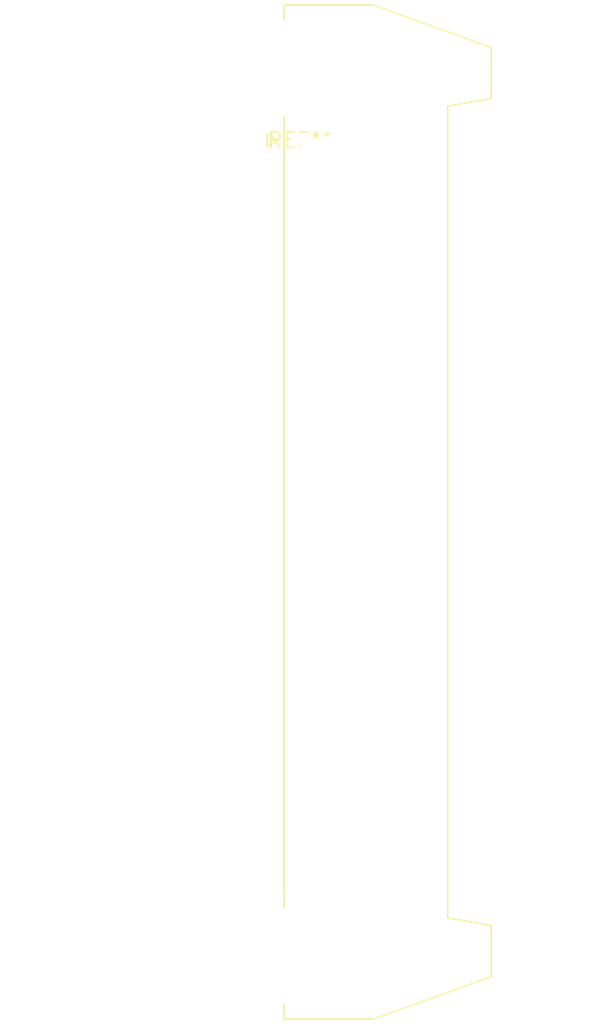
<source format=kicad_pcb>
(kicad_pcb (version 20240108) (generator pcbnew)
  (layers (0 "F.Cu" signal) (31 "B.Cu" signal) (34 "B.Paste" user) (35 "F.Paste" user) (36 "B.SilkS" user "B.Silkscreen") (37 "F.SilkS" user "F.Silkscreen") (38 "B.Mask" user) (39 "F.Mask" user) (44 "Edge.Cuts" user))
  (net 0 "")
  (footprint "IDC-Header_2x25-1MP_P2.54mm_Latch_Horizontal" (layer "F.Cu") (at 0 0)
    (property "Reference" "REF**")
    (property "Value" "IDC-Header_2x25-1MP_P2.54mm_Latch_Horizontal")
    (fp_line (start -2.74 -0.5) (end -2.74 0.5) (layer "F.SilkS") (stroke (width 0.12)))
    (fp_line (start -2.74 0.5) (end -1.74 0) (layer "F.SilkS") (stroke (width 0.12)))
    (fp_line (start -1.74 0) (end -2.74 -0.5) (layer "F.SilkS") (stroke (width 0.12)))
    (fp_line (start -1.35 -11.08) (end -1.35 -9.905) (layer "F.SilkS") (stroke (width 0.12)))
    (fp_line (start -1.35 -11.08) (end 5.98 -11.08) (layer "F.SilkS") (stroke (width 0.12)))
    (fp_line (start -1.35 -1.905) (end -1.35 62.865) (layer "F.SilkS") (stroke (width 0.12)))
    (fp_line (start -1.35 70.865) (end -1.35 72.04) (layer "F.SilkS") (stroke (width 0.12)))
    (fp_line (start 5.98 -11.08) (end 15.64 -7.61) (layer "F.SilkS") (stroke (width 0.12)))
    (fp_line (start 5.98 72.04) (end -1.35 72.04) (layer "F.SilkS") (stroke (width 0.12)))
    (fp_line (start 12.08 -2.79) (end 12.08 63.75) (layer "F.SilkS") (stroke (width 0.12)))
    (fp_line (start 12.08 63.75) (end 15.64 64.38) (layer "F.SilkS") (stroke (width 0.12)))
    (fp_line (start 15.64 -7.61) (end 15.64 -3.42) (layer "F.SilkS") (stroke (width 0.12)))
    (fp_line (start 15.64 -3.42) (end 12.08 -2.79) (layer "F.SilkS") (stroke (width 0.12)))
    (fp_line (start 15.64 64.38) (end 15.64 68.57) (layer "F.SilkS") (stroke (width 0.12)))
    (fp_line (start 15.64 68.57) (end 5.98 72.04) (layer "F.SilkS") (stroke (width 0.12)))
    (pad "1" thru_hole roundrect (at 0 0) (size 1.7 1.7) (drill 1) (layers *.Cu *.Mask) (remove_unused_layers) (roundrect_rratio 0.147059))
    (pad "2" thru_hole circle (at 2.54 0) (size 1.7 1.7) (drill 1) (layers *.Cu *.Mask) (remove_unused_layers))
    (pad "3" thru_hole circle (at 0 2.54) (size 1.7 1.7) (drill 1) (layers *.Cu *.Mask) (remove_unused_layers))
    (pad "4" thru_hole circle (at 2.54 2.54) (size 1.7 1.7) (drill 1) (layers *.Cu *.Mask) (remove_unused_layers))
    (pad "5" thru_hole circle (at 0 5.08) (size 1.7 1.7) (drill 1) (layers *.Cu *.Mask) (remove_unused_layers))
    (pad "6" thru_hole circle (at 2.54 5.08) (size 1.7 1.7) (drill 1) (layers *.Cu *.Mask) (remove_unused_layers))
    (pad "7" thru_hole circle (at 0 7.62) (size 1.7 1.7) (drill 1) (layers *.Cu *.Mask) (remove_unused_layers))
    (pad "8" thru_hole circle (at 2.54 7.62) (size 1.7 1.7) (drill 1) (layers *.Cu *.Mask) (remove_unused_layers))
    (pad "9" thru_hole circle (at 0 10.16) (size 1.7 1.7) (drill 1) (layers *.Cu *.Mask) (remove_unused_layers))
    (pad "10" thru_hole circle (at 2.54 10.16) (size 1.7 1.7) (drill 1) (layers *.Cu *.Mask) (remove_unused_layers))
    (pad "11" thru_hole circle (at 0 12.7) (size 1.7 1.7) (drill 1) (layers *.Cu *.Mask) (remove_unused_layers))
    (pad "12" thru_hole circle (at 2.54 12.7) (size 1.7 1.7) (drill 1) (layers *.Cu *.Mask) (remove_unused_layers))
    (pad "13" thru_hole circle (at 0 15.24) (size 1.7 1.7) (drill 1) (layers *.Cu *.Mask) (remove_unused_layers))
    (pad "14" thru_hole circle (at 2.54 15.24) (size 1.7 1.7) (drill 1) (layers *.Cu *.Mask) (remove_unused_layers))
    (pad "15" thru_hole circle (at 0 17.78) (size 1.7 1.7) (drill 1) (layers *.Cu *.Mask) (remove_unused_layers))
    (pad "16" thru_hole circle (at 2.54 17.78) (size 1.7 1.7) (drill 1) (layers *.Cu *.Mask) (remove_unused_layers))
    (pad "17" thru_hole circle (at 0 20.32) (size 1.7 1.7) (drill 1) (layers *.Cu *.Mask) (remove_unused_layers))
    (pad "18" thru_hole circle (at 2.54 20.32) (size 1.7 1.7) (drill 1) (layers *.Cu *.Mask) (remove_unused_layers))
    (pad "19" thru_hole circle (at 0 22.86) (size 1.7 1.7) (drill 1) (layers *.Cu *.Mask) (remove_unused_layers))
    (pad "20" thru_hole circle (at 2.54 22.86) (size 1.7 1.7) (drill 1) (layers *.Cu *.Mask) (remove_unused_layers))
    (pad "21" thru_hole circle (at 0 25.4) (size 1.7 1.7) (drill 1) (layers *.Cu *.Mask) (remove_unused_layers))
    (pad "22" thru_hole circle (at 2.54 25.4) (size 1.7 1.7) (drill 1) (layers *.Cu *.Mask) (remove_unused_layers))
    (pad "23" thru_hole circle (at 0 27.94) (size 1.7 1.7) (drill 1) (layers *.Cu *.Mask) (remove_unused_layers))
    (pad "24" thru_hole circle (at 2.54 27.94) (size 1.7 1.7) (drill 1) (layers *.Cu *.Mask) (remove_unused_layers))
    (pad "25" thru_hole circle (at 0 30.48) (size 1.7 1.7) (drill 1) (layers *.Cu *.Mask) (remove_unused_layers))
    (pad "26" thru_hole circle (at 2.54 30.48) (size 1.7 1.7) (drill 1) (layers *.Cu *.Mask) (remove_unused_layers))
    (pad "27" thru_hole circle (at 0 33.02) (size 1.7 1.7) (drill 1) (layers *.Cu *.Mask) (remove_unused_layers))
    (pad "28" thru_hole circle (at 2.54 33.02) (size 1.7 1.7) (drill 1) (layers *.Cu *.Mask) (remove_unused_layers))
    (pad "29" thru_hole circle (at 0 35.56) (size 1.7 1.7) (drill 1) (layers *.Cu *.Mask) (remove_unused_layers))
    (pad "30" thru_hole circle (at 2.54 35.56) (size 1.7 1.7) (drill 1) (layers *.Cu *.Mask) (remove_unused_layers))
    (pad "31" thru_hole circle (at 0 38.1) (size 1.7 1.7) (drill 1) (layers *.Cu *.Mask) (remove_unused_layers))
    (pad "32" thru_hole circle (at 2.54 38.1) (size 1.7 1.7) (drill 1) (layers *.Cu *.Mask) (remove_unused_layers))
    (pad "33" thru_hole circle (at 0 40.64) (size 1.7 1.7) (drill 1) (layers *.Cu *.Mask) (remove_unused_layers))
    (pad "34" thru_hole circle (at 2.54 40.64) (size 1.7 1.7) (drill 1) (layers *.Cu *.Mask) (remove_unused_layers))
    (pad "35" thru_hole circle (at 0 43.18) (size 1.7 1.7) (drill 1) (layers *.Cu *.Mask) (remove_unused_layers))
    (pad "36" thru_hole circle (at 2.54 43.18) (size 1.7 1.7) (drill 1) (layers *.Cu *.Mask) (remove_unused_layers))
    (pad "37" thru_hole circle (at 0 45.72) (size 1.7 1.7) (drill 1) (layers *.Cu *.Mask) (remove_unused_layers))
    (pad "38" thru_hole circle (at 2.54 45.72) (size 1.7 1.7) (drill 1) (layers *.Cu *.Mask) (remove_unused_layers))
    (pad "39" thru_hole circle (at 0 48.26) (size 1.7 1.7) (drill 1) (layers *.Cu *.Mask) (remove_unused_layers))
    (pad "40" thru_hole circle (at 2.54 48.26) (size 1.7 1.7) (drill 1) (layers *.Cu *.Mask) (remove_unused_layers))
    (pad "41" thru_hole circle (at 0 50.8) (size 1.7 1.7) (drill 1) (layers *.Cu *.Mask) (remove_unused_layers))
    (pad "42" thru_hole circle (at 2.54 50.8) (size 1.7 1.7) (drill 1) (layers *.Cu *.Mask) (remove_unused_layers))
    (pad "43" thru_hole circle (at 0 53.34) (size 1.7 1.7) (drill 1) (layers *.Cu *.Mask) (remove_unused_layers))
    (pad "44" thru_hole circle (at 2.54 53.34) (size 1.7 1.7) (drill 1) (layers *.Cu *.Mask) (remove_unused_layers))
    (pad "45" thru_hole circle (at 0 55.88) (size 1.7 1.7) (drill 1) (layers *.Cu *.Mask) (remove_unused_layers))
    (pad "46" thru_hole circle (at 2.54 55.88) (size 1.7 1.7) (drill 1) (layers *.Cu *.Mask) (remove_unused_layers))
    (pad "47" thru_hole circle (at 0 58.42) (size 1.7 1.7) (drill 1) (layers *.Cu *.Mask) (remove_unused_layers))
    (pad "48" thru_hole circle (at 2.54 58.42) (size 1.7 1.7) (drill 1) (layers *.Cu *.Mask) (remove_unused_layers))
    (pad "49" thru_hole circle (at 0 60.96) (size 1.7 1.7) (drill 1) (layers *.Cu *.Mask) (remove_unused_layers))
    (pad "50" thru_hole circle (at 2.54 60.96) (size 1.7 1.7) (drill 1) (layers *.Cu *.Mask) (remove_unused_layers))
    (pad "MP" thru_hole circle (at 1.8 -5.905) (size 8 8) (drill 2.69) (layers *.Cu *.Mask) (remove_unused_layers))
    (pad "MP" thru_hole circle (at 1.8 66.865) (size 8 8) (drill 2.69) (layers *.Cu *.Mask) (remove_unused_layers))
  )
)
</source>
